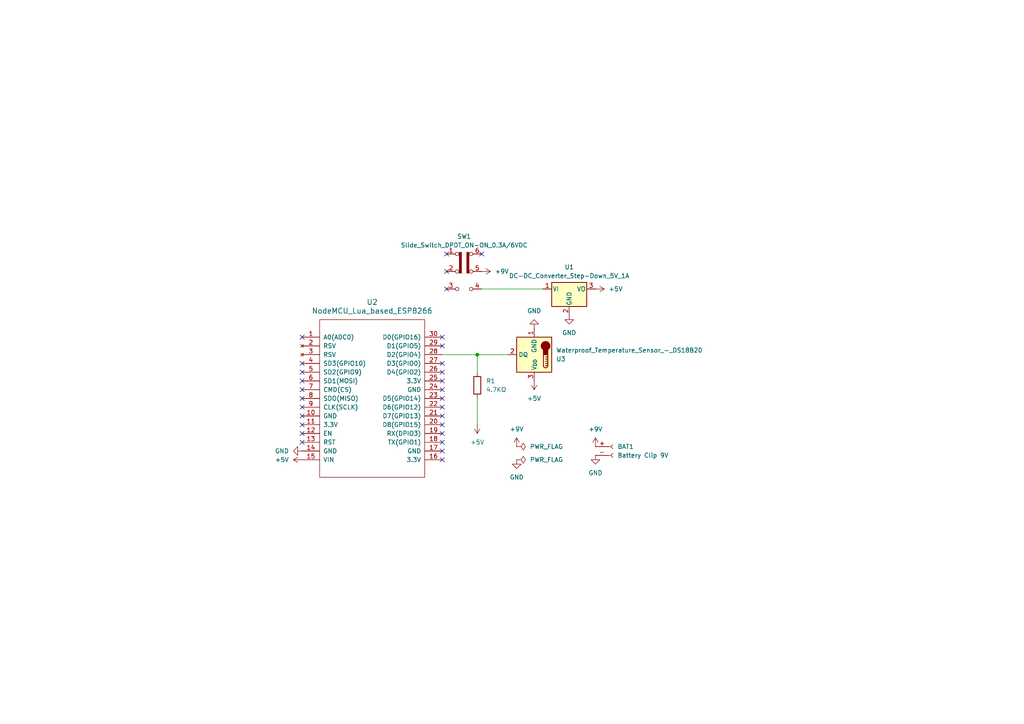
<source format=kicad_sch>
(kicad_sch (version 20231120) (generator "eeschema") (generator_version "8.0")
  (paper "A4")
  (lib_symbols
    (symbol "1 Grobotronics:Battery_Clip_9V" (pin_names (offset 1.016) hide)
      (property "Reference" "J1" (at 1.27 0.0001 0))
      (property "Value" "Battery Clip 9V" (at 1.27 -2.5399 0))
      (symbol "Battery_Clip_9V_1_1"
        (arc (start 0 -2.032) (mid -0.5058 -2.54) (end 0 -3.048) (stroke (width 0.1524)))
        (polyline (pts (xy -1.27 -2.54) (xy -0.508 -2.54)) (stroke (width 0.1524)))
        (polyline (pts (xy -1.27 0) (xy -0.508 0)) (stroke (width 0.1524)))
        (arc (start 0 0.508) (mid -0.5058 0) (end 0 -0.508) (stroke (width 0.1524)))
        (pin power_in line (at -5.08 0 0) (length 3.81) (name "Pin_1") (number "+"))
        (pin power_in line (at -5.08 -2.54 0) (length 3.81) (name "Pin_2") (number "-"))
      )
    )
    (symbol "1 Grobotronics:DC-DC_Converter_Step-Down_5V_1A" (pin_names (offset 0.254))
      (property "Reference" "U" (at -3.81 3.175 0))
      (property "Value" "DC-DC_Converter_Step-Down_5V_1A" (at -0.254 8.636 0))
      (symbol "DC-DC_Converter_Step-Down_5V_1A_0_1"
        (rectangle (start -5.08 1.905) (end 5.08 -5.08) (stroke (width 0.254)) (fill (type background)))
      )
      (symbol "DC-DC_Converter_Step-Down_5V_1A_1_1"
        (pin power_in line (at -7.62 0 0) (length 2.54) (name "VI") (number "1"))
        (pin power_in line (at 0 -7.62 90) (length 2.54) (name "GND") (number "2"))
        (pin power_out line (at 7.62 0 180) (length 2.54) (name "VO") (number "3"))
      )
    )
    (symbol "1 Grobotronics:NodeMCU_Lua_based_ESP8266" (pin_names (offset 1.016))
      (property "Reference" "U" (at -22.86 20.574 0))
      (property "Value" "NodeMCU_Lua_based_ESP8266" (at -22.86 -4.572 90))
      (symbol "NodeMCU_Lua_based_ESP8266_0_1"
        (rectangle (start -38.1 -26.67) (end -7.62 19.05))
      )
      (symbol "NodeMCU_Lua_based_ESP8266_1_1"
        (pin input line (at -43.18 13.97 0) (length 5.08) (name "A0(ADC0)") (number "1"))
        (pin input line (at -43.18 -8.89 0) (length 5.08) (name "GND") (number "10"))
        (pin power_out line (at -43.18 -11.43 0) (length 5.08) (name "3.3V") (number "11"))
        (pin input line (at -43.18 -13.97 0) (length 5.08) (name "EN") (number "12"))
        (pin input line (at -43.18 -16.51 0) (length 5.08) (name "RST") (number "13"))
        (pin power_in line (at -43.18 -19.05 0) (length 5.08) (name "GND") (number "14"))
        (pin power_in line (at -43.18 -21.59 0) (length 5.08) (name "VIN") (number "15"))
        (pin power_out line (at -2.54 -21.59 180) (length 5.08) (name "3.3V") (number "16"))
        (pin power_in line (at -2.54 -19.05 180) (length 5.08) (name "GND") (number "17"))
        (pin output line (at -2.54 -16.51 180) (length 5.08) (name "TX(GPIO1)") (number "18"))
        (pin input line (at -2.54 -13.97 180) (length 5.08) (name "RX(DPIO3)") (number "19"))
        (pin no_connect line (at -43.18 11.43 0) (length 5.08) (name "RSV") (number "2"))
        (pin bidirectional line (at -2.54 -11.43 180) (length 5.08) (name "D8(GPIO15)") (number "20"))
        (pin bidirectional line (at -2.54 -8.89 180) (length 5.08) (name "D7(GPIO13)") (number "21"))
        (pin bidirectional line (at -2.54 -6.35 180) (length 5.08) (name "D6(GPIO12)") (number "22"))
        (pin bidirectional line (at -2.54 -3.81 180) (length 5.08) (name "D5(GPIO14)") (number "23"))
        (pin power_in line (at -2.54 -1.27 180) (length 5.08) (name "GND") (number "24"))
        (pin power_out line (at -2.54 1.27 180) (length 5.08) (name "3.3V") (number "25"))
        (pin bidirectional line (at -2.54 3.81 180) (length 5.08) (name "D4(GPIO2)") (number "26"))
        (pin bidirectional line (at -2.54 6.35 180) (length 5.08) (name "D3(GPIO0)") (number "27"))
        (pin bidirectional line (at -2.54 8.89 180) (length 5.08) (name "D2(GPIO4)") (number "28"))
        (pin bidirectional line (at -2.54 11.43 180) (length 5.08) (name "D1(GPIO5)") (number "29"))
        (pin no_connect line (at -43.18 8.89 0) (length 5.08) (name "RSV") (number "3"))
        (pin output line (at -2.54 13.97 180) (length 5.08) (name "D0(GPIO16)") (number "30"))
        (pin bidirectional line (at -43.18 6.35 0) (length 5.08) (name "SD3(GPIO10)") (number "4"))
        (pin bidirectional line (at -43.18 3.81 0) (length 5.08) (name "SD2(GPIO9)") (number "5"))
        (pin bidirectional line (at -43.18 1.27 0) (length 5.08) (name "SD1(MOSI)") (number "6"))
        (pin bidirectional line (at -43.18 -1.27 0) (length 5.08) (name "CMD(CS)") (number "7"))
        (pin bidirectional line (at -43.18 -3.81 0) (length 5.08) (name "SDO(MISO)") (number "8"))
        (pin bidirectional line (at -43.18 -6.35 0) (length 5.08) (name "CLK(SCLK)") (number "9"))
      )
    )
    (symbol "1 Grobotronics:Slide_Switch_DPDT_ON-ON_0.3A/6VDC" (pin_names (offset 0) hide)
      (property "Reference" "SW" (at 0 6.858 0))
      (property "Value" "Slide_Switch_DPDT_ON-ON_0.3A/6VDC" (at 17.018 14.986 0))
      (symbol "Slide_Switch_DPDT_ON-ON_0.3A/6VDC_0_0"
        (circle (center -2.032 -5.08) (radius 0.508))
        (circle (center -2.032 5.08) (radius 0.508))
        (circle (center 2.032 -5.08) (radius 0.508))
        (circle (center 2.032 0) (radius 0.508))
      )
      (symbol "Slide_Switch_DPDT_ON-ON_0.3A/6VDC_0_1"
        (circle (center -2.032 0) (radius 0.508))
        (circle (center 2.032 5.08) (radius 0.508))
      )
      (symbol "Slide_Switch_DPDT_ON-ON_0.3A/6VDC_1_1"
        (rectangle (start -1.397 5.588) (end -0.762 -0.508) (fill (type outline)))
        (rectangle (start 0.762 5.588) (end 1.397 -0.508) (fill (type outline)))
        (pin power_out line (at -5.08 5.08 0) (length 2.54) (name "A") (number "1"))
        (pin power_in line (at -5.08 0 0) (length 2.54) (name "B") (number "2"))
        (pin power_out line (at -5.08 -5.08 0) (length 2.54) (name "C") (number "3"))
        (pin power_out line (at 5.08 -5.08 180) (length 2.54) (name "A") (number "4"))
        (pin power_in line (at 5.08 0 180) (length 2.54) (name "B") (number "5"))
        (pin power_out line (at 5.08 5.08 180) (length 2.54) (name "C") (number "6"))
      )
    )
    (symbol "1 Grobotronics:Waterproof_Temperature_Sensor_-_DS18B20"
      (property "Reference" "U" (at -3.81 6.35 0))
      (property "Value" "Waterproof_Temperature_Sensor_-_DS18B20" (at 23.114 12.7 0))
      (symbol "Waterproof_Temperature_Sensor_-_DS18B20_0_1"
        (rectangle (start -5.08 5.08) (end 5.08 -5.08) (stroke (width 0.254)) (fill (type background)))
        (circle (center -3.302 -2.54) (radius 1.27) (stroke (width 0.254)) (fill (type outline)))
        (rectangle (start -2.667 -1.905) (end -3.937 0) (stroke (width 0.254)) (fill (type outline)))
        (arc (start -2.667 3.175) (mid -3.302 3.8073) (end -3.937 3.175) (stroke (width 0.254)))
        (polyline (pts (xy -3.937 0.635) (xy -3.302 0.635)) (stroke (width 0.254)))
        (polyline (pts (xy -3.937 1.27) (xy -3.302 1.27)) (stroke (width 0.254)))
        (polyline (pts (xy -3.937 1.905) (xy -3.302 1.905)) (stroke (width 0.254)))
        (polyline (pts (xy -3.937 2.54) (xy -3.302 2.54)) (stroke (width 0.254)))
        (polyline (pts (xy -3.937 3.175) (xy -3.937 0)) (stroke (width 0.254)))
        (polyline (pts (xy -3.937 3.175) (xy -3.302 3.175)) (stroke (width 0.254)))
        (polyline (pts (xy -2.667 3.175) (xy -2.667 0)) (stroke (width 0.254)))
      )
      (symbol "Waterproof_Temperature_Sensor_-_DS18B20_1_1"
        (pin power_in line (at 0 -7.62 90) (length 2.54) (name "GND") (number "1"))
        (pin output line (at 7.62 0 180) (length 2.54) (name "DQ") (number "2"))
        (pin power_in line (at 0 7.62 270) (length 2.54) (name "V_{DD}") (number "3"))
      )
    )
    (symbol "Device:R" (pin_numbers hide) (pin_names (offset 0))
      (property "Reference" "R" (at 2.032 0 90))
      (property "Value" "R" (at 0 0 90))
      (symbol "R_0_1"
        (rectangle (start -1.016 -2.54) (end 1.016 2.54) (stroke (width 0.254)))
      )
      (symbol "R_1_1"
        (pin passive line (at 0 3.81 270) (length 1.27) (name "~") (number "1"))
        (pin passive line (at 0 -3.81 90) (length 1.27) (name "~") (number "2"))
      )
    )
    (symbol "power:+5V" (power) (pin_numbers hide) (pin_names (offset 0) hide)
      (property "Value" "+5V" (at 0 3.556 0))
      (symbol "+5V_0_1"
        (polyline (pts (xy -0.762 1.27) (xy 0 2.54)))
        (polyline (pts (xy 0 0) (xy 0 2.54)))
        (polyline (pts (xy 0 2.54) (xy 0.762 1.27)))
      )
      (symbol "+5V_1_1"
        (pin power_in line (at 0 0 90) (length 0) (name "~") (number "1"))
      )
    )
    (symbol "power:+9V" (power) (pin_numbers hide) (pin_names (offset 0) hide)
      (property "Value" "+9V" (at 0 3.556 0))
      (symbol "+9V_0_1"
        (polyline (pts (xy -0.762 1.27) (xy 0 2.54)))
        (polyline (pts (xy 0 0) (xy 0 2.54)))
        (polyline (pts (xy 0 2.54) (xy 0.762 1.27)))
      )
      (symbol "+9V_1_1"
        (pin power_in line (at 0 0 90) (length 0) (name "~") (number "1"))
      )
    )
    (symbol "power:GND" (power) (pin_numbers hide) (pin_names (offset 0) hide)
      (property "Value" "GND" (at 0 -3.81 0))
      (symbol "GND_0_1"
        (polyline (pts (xy 0 0) (xy 0 -1.27) (xy 1.27 -1.27) (xy 0 -2.54) (xy -1.27 -1.27) (xy 0 -1.27)))
      )
      (symbol "GND_1_1"
        (pin power_in line (at 0 0 270) (length 0) (name "~") (number "1"))
      )
    )
    (symbol "power:PWR_FLAG" (power) (pin_numbers hide) (pin_names (offset 0) hide)
      (property "Value" "PWR_FLAG" (at 0 3.81 0))
      (symbol "PWR_FLAG_0_0"
        (pin power_out line (at 0 0 90) (length 0) (name "~") (number "1"))
      )
      (symbol "PWR_FLAG_0_1"
        (polyline (pts (xy 0 0) (xy 0 1.27) (xy -1.016 1.905) (xy 0 2.54) (xy 1.016 1.905) (xy 0 1.27)))
      )
    )
  )
  (junction (at 138.43 102.87))
  (no_connect (at 128.27 110.49))
  (no_connect (at 87.63 120.65))
  (no_connect (at 87.63 97.79))
  (no_connect (at 128.27 120.65))
  (no_connect (at 128.27 128.27))
  (no_connect (at 128.27 107.95))
  (no_connect (at 128.27 113.03))
  (no_connect (at 128.27 130.81))
  (no_connect (at 87.63 107.95))
  (no_connect (at 129.54 83.82))
  (no_connect (at 129.54 78.74))
  (no_connect (at 129.54 73.66))
  (no_connect (at 128.27 105.41))
  (no_connect (at 128.27 123.19))
  (no_connect (at 87.63 118.11))
  (no_connect (at 87.63 105.41))
  (no_connect (at 128.27 97.79))
  (no_connect (at 128.27 125.73))
  (no_connect (at 87.63 110.49))
  (no_connect (at 128.27 133.35))
  (no_connect (at 128.27 100.33))
  (no_connect (at 87.63 115.57))
  (no_connect (at 139.7 73.66))
  (no_connect (at 87.63 123.19))
  (no_connect (at 87.63 125.73))
  (no_connect (at 128.27 118.11))
  (no_connect (at 87.63 113.03))
  (no_connect (at 87.63 128.27))
  (no_connect (at 128.27 115.57))
  (wire (pts (xy 139.7 83.82) (xy 157.48 83.82)))
  (wire (pts (xy 128.27 102.87) (xy 138.43 102.87)))
  (wire (pts (xy 138.43 102.87) (xy 147.32 102.87)))
  (wire (pts (xy 138.43 115.57) (xy 138.43 123.19)))
  (wire (pts (xy 138.43 102.87) (xy 138.43 107.95)))
  (symbol (lib_id "power:PWR_FLAG") (at 149.86 129.54 270) (unit 1)
    (property "Reference" "#FLG01" (effects (hide yes)))
    (property "Value" "PWR_FLAG" (at 153.67 129.5399 90) (effects (justify left)))
    (property "Description" "Special symbol for telling ERC where power comes from" (effects (hide yes)))
  )
  (symbol (lib_id "power:+9V") (at 149.86 129.54 0) (unit 1)
    (property "Reference" "#PWR01" (effects (hide yes)))
    (property "Value" "+9V" (at 149.86 124.46 0))
    (property "Description" "Power symbol creates a global label with name \"+9V\"" (effects (hide yes)))
  )
  (symbol (lib_id "power:PWR_FLAG") (at 149.86 133.35 270) (unit 1)
    (property "Reference" "#FLG02" (effects (hide yes)))
    (property "Value" "PWR_FLAG" (at 153.67 133.3499 90) (effects (justify left)))
    (property "Description" "Special symbol for telling ERC where power comes from" (effects (hide yes)))
  )
  (symbol (lib_id "1 Grobotronics:DC-DC_Converter_Step-Down_5V_1A") (at 165.1 83.82 0) (unit 1)
    (property "Reference" "U1" (at 165.1 77.47 0))
    (property "Value" "DC-DC_Converter_Step-Down_5V_1A" (at 165.1 80.01 0))
    (property "Footprint" "Package_TO_SOT_THT:TO-220-3_Vertical" (effects (hide yes)))
    (property "Description" "39-00013271" (effects (hide yes)))
  )
  (symbol (lib_id "power:+9V") (at 172.72 129.54 0) (unit 1)
    (property "Reference" "#PWR03" (effects (hide yes)))
    (property "Value" "+9V" (at 172.72 124.46 0))
    (property "Description" "Power symbol creates a global label with name \"+9V\"" (effects (hide yes)))
  )
  (symbol (lib_id "power:GND") (at 172.72 132.08 0) (unit 1)
    (property "Reference" "#PWR04" (effects (hide yes)))
    (property "Value" "GND" (at 172.72 137.16 0))
    (property "Description" "Power symbol creates a global label with name \"GND\" , ground" (effects (hide yes)))
  )
  (symbol (lib_id "power:GND") (at 165.1 91.44 0) (unit 1)
    (property "Reference" "#PWR07" (effects (hide yes)))
    (property "Value" "GND" (at 165.1 96.52 0))
    (property "Description" "Power symbol creates a global label with name \"GND\" , ground" (effects (hide yes)))
  )
  (symbol (lib_id "1 Grobotronics:Battery_Clip_9V") (at 177.8 129.54 0) (unit 1)
    (property "Reference" "BAT1" (at 179.07 129.5399 0) (effects (justify left)))
    (property "Value" "Battery Clip 9V" (at 179.07 132.0799 0) (effects (justify left)))
    (property "Footprint" "! Grobotronics:Battery_Clip_9V" (effects (hide yes)))
    (property "Description" "29-00012827" (effects (hide yes)))
  )
  (symbol (lib_id "power:GND") (at 154.94 95.25 180) (unit 1)
    (property "Reference" "#PWR011" (effects (hide yes)))
    (property "Value" "GND" (at 154.94 90.17 0))
    (property "Description" "Power symbol creates a global label with name \"GND\" , ground" (effects (hide yes)))
  )
  (symbol (lib_id "power:+5V") (at 172.72 83.82 270) (unit 1)
    (property "Reference" "#PWR06" (effects (hide yes)))
    (property "Value" "+5V" (at 176.53 83.8199 90) (effects (justify left)))
    (property "Description" "Power symbol creates a global label with name \"+5V\"" (effects (hide yes)))
  )
  (symbol (lib_id "1 Grobotronics:NodeMCU_Lua_based_ESP8266") (at 130.81 111.76 0) (unit 1)
    (property "Reference" "U2" (at 107.95 87.63 0) (effects (font (size 1.524 1.524))))
    (property "Value" "NodeMCU_Lua_based_ESP8266" (at 107.95 90.17 0) (effects (font (size 1.524 1.524))))
    (property "Footprint" "! Grobotronics:NodeMCU - Lua based ESP8266" (effects (hide yes)))
    (property "Description" "19-00058266" (effects (hide yes)))
  )
  (symbol (lib_id "power:GND") (at 87.63 130.81 270) (unit 1)
    (property "Reference" "#PWR08" (effects (hide yes)))
    (property "Value" "GND" (at 83.82 130.8099 90) (effects (justify right)))
    (property "Description" "Power symbol creates a global label with name \"GND\" , ground" (effects (hide yes)))
  )
  (symbol (lib_id "power:GND") (at 149.86 133.35 0) (unit 1)
    (property "Reference" "#PWR02" (effects (hide yes)))
    (property "Value" "GND" (at 149.86 138.43 0))
    (property "Description" "Power symbol creates a global label with name \"GND\" , ground" (effects (hide yes)))
  )
  (symbol (lib_id "power:+9V") (at 139.7 78.74 270) (unit 1)
    (property "Reference" "#PWR05" (effects (hide yes)))
    (property "Value" "+9V" (at 143.51 78.7399 90) (effects (justify left)))
    (property "Description" "Power symbol creates a global label with name \"+9V\"" (effects (hide yes)))
  )
  (symbol (lib_id "power:+5V") (at 87.63 133.35 90) (unit 1)
    (property "Reference" "#PWR09" (effects (hide yes)))
    (property "Value" "+5V" (at 83.82 133.3499 90) (effects (justify left)))
    (property "Description" "Power symbol creates a global label with name \"+5V\"" (effects (hide yes)))
  )
  (symbol (lib_id "1 Grobotronics:Waterproof_Temperature_Sensor_-_DS18B20") (at 154.94 102.87 180) (unit 1)
    (property "Reference" "U3" (at 161.29 104.1401 0) (effects (justify right)))
    (property "Value" "Waterproof_Temperature_Sensor_-_DS18B20" (at 161.29 101.6001 0) (effects (justify right)))
    (property "Footprint" "! Grobotronics:Waterproof_Temperature_Sensor_-_DS18B20" (effects (hide yes)))
    (property "Description" "39-00013366" (effects (hide yes)))
  )
  (symbol (lib_id "Device:R") (at 138.43 111.76 0) (unit 1)
    (property "Reference" "R1" (at 140.97 110.4899 0) (effects (justify left)))
    (property "Value" "4.7ΚΩ" (at 140.97 113.0299 0) (effects (justify left)))
    (property "Footprint" "Resistor_THT:R_Axial_DIN0207_L6.3mm_D2.5mm_P7.62mm_Horizontal" (effects (hide yes)))
    (property "Description" "Resistor" (effects (hide yes)))
  )
  (symbol (lib_id "power:+5V") (at 154.94 110.49 180) (unit 1)
    (property "Reference" "#PWR010" (effects (hide yes)))
    (property "Value" "+5V" (at 154.94 115.57 0))
    (property "Description" "Power symbol creates a global label with name \"+5V\"" (effects (hide yes)))
  )
  (symbol (lib_id "1 Grobotronics:Slide_Switch_DPDT_ON-ON_0.3A/6VDC") (at 134.62 78.74 0) (unit 1)
    (property "Reference" "SW1" (at 134.62 68.58 0))
    (property "Value" "Slide_Switch_DPDT_ON-ON_0.3A/6VDC" (at 134.62 71.12 0))
    (property "Footprint" "Button_Switch_THT:SW_CK_JS202011CQN_DPDT_Straight" (effects (hide yes)))
    (property "Description" "05-00022351" (effects (hide yes)))
  )
  (symbol (lib_id "power:+5V") (at 138.43 123.19 180) (unit 1)
    (property "Reference" "#PWR012" (effects (hide yes)))
    (property "Value" "+5V" (at 138.43 128.27 0))
    (property "Description" "Power symbol creates a global label with name \"+5V\"" (effects (hide yes)))
  )
)
</source>
